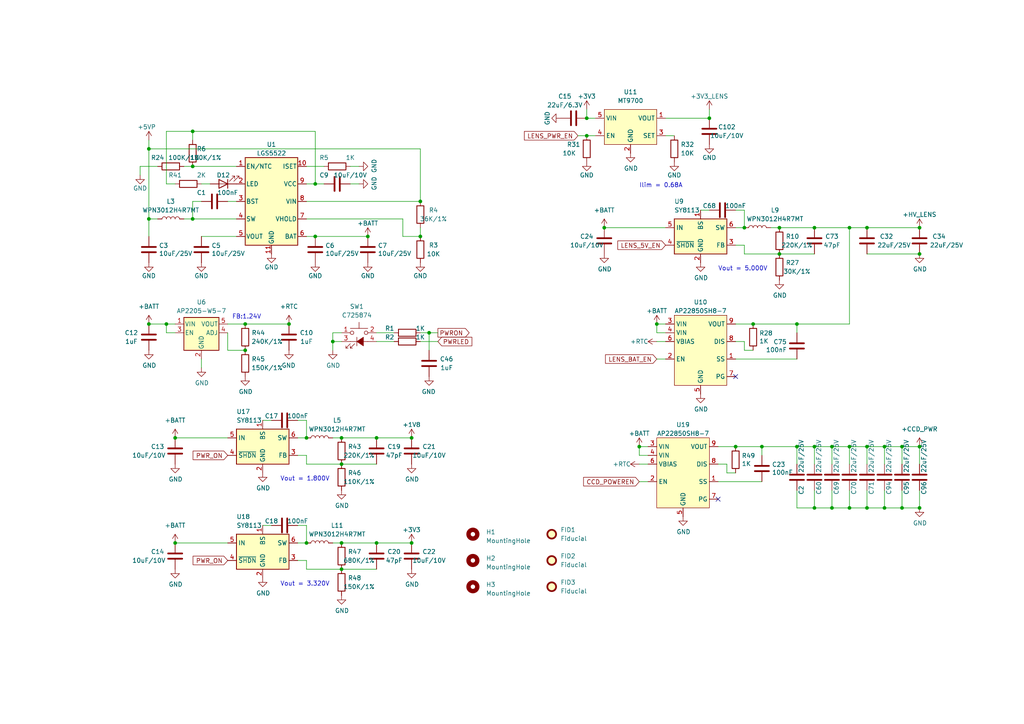
<source format=kicad_sch>
(kicad_sch (version 20231120) (generator "eeschema") (generator_version "8.0")
  (paper "A4")
  (title_block (title "System Power Supply") (date "2024-10-05") (rev "R0.12") (company "Copyright 2024 Anhang Li, Wenting Zhang") (comment 2 "MERCHANTABILITY, SATISFACTORY QUALITY AND FITNESS FOR A PARTICULAR PURPOSE.") (comment 3 "This source is distributed WITHOUT ANY EXPRESS OR IMPLIED WARRANTY, INCLUDING OF") (comment 4 "This source describes Open Hardware and is licensed under the CERN-OHL-P v2."))
  (lib_symbols
    (symbol "Device:C" (pin_numbers hide) (pin_names (offset 0.254))
      (property "Reference" "C" (at 0.635 2.54 0))
      (property "Value" "C" (at 0.635 -2.54 0))
      (symbol "C_0_1"
        (polyline (pts (xy -2.032 -0.762) (xy 2.032 -0.762)) (stroke (width 0.508)))
        (polyline (pts (xy -2.032 0.762) (xy 2.032 0.762)) (stroke (width 0.508)))
      )
      (symbol "C_1_1"
        (pin passive line (at 0 3.81 270) (length 2.794) (name "~") (number "1"))
        (pin passive line (at 0 -3.81 90) (length 2.794) (name "~") (number "2"))
      )
    )
    (symbol "Device:L" (pin_numbers hide) (pin_names (offset 1.016) hide)
      (property "Reference" "L" (at -1.27 0 90))
      (property "Value" "L" (at 1.905 0 90))
      (symbol "L_0_1"
        (arc (start 0 -2.54) (mid 0.6323 -1.905) (end 0 -1.27))
        (arc (start 0 -1.27) (mid 0.6323 -0.635) (end 0 0))
        (arc (start 0 0) (mid 0.6323 0.635) (end 0 1.27))
        (arc (start 0 1.27) (mid 0.6323 1.905) (end 0 2.54))
      )
      (symbol "L_1_1"
        (pin passive line (at 0 3.81 270) (length 1.27) (name "1") (number "1"))
        (pin passive line (at 0 -3.81 90) (length 1.27) (name "2") (number "2"))
      )
    )
    (symbol "Device:LED" (pin_numbers hide) (pin_names (offset 1.016) hide)
      (property "Reference" "D" (at 0 2.54 0))
      (property "Value" "LED" (at 0 -2.54 0))
      (symbol "LED_0_1"
        (polyline (pts (xy -1.27 -1.27) (xy -1.27 1.27)) (stroke (width 0.254)))
        (polyline (pts (xy -1.27 0) (xy 1.27 0)))
        (polyline (pts (xy 1.27 -1.27) (xy 1.27 1.27) (xy -1.27 0) (xy 1.27 -1.27)) (stroke (width 0.254)))
        (polyline (pts (xy -3.048 -0.762) (xy -4.572 -2.286) (xy -3.81 -2.286) (xy -4.572 -2.286) (xy -4.572 -1.524)))
        (polyline (pts (xy -1.778 -0.762) (xy -3.302 -2.286) (xy -2.54 -2.286) (xy -3.302 -2.286) (xy -3.302 -1.524)))
      )
      (symbol "LED_1_1"
        (pin passive line (at -3.81 0 0) (length 2.54) (name "K") (number "1"))
        (pin passive line (at 3.81 0 180) (length 2.54) (name "A") (number "2"))
      )
    )
    (symbol "Device:R" (pin_numbers hide) (pin_names (offset 0))
      (property "Reference" "R" (at 2.032 0 90))
      (property "Value" "R" (at 0 0 90))
      (symbol "R_0_1"
        (rectangle (start -1.016 -2.54) (end 1.016 2.54) (stroke (width 0.254)))
      )
      (symbol "R_1_1"
        (pin passive line (at 0 3.81 270) (length 1.27) (name "~") (number "1"))
        (pin passive line (at 0 -3.81 90) (length 1.27) (name "~") (number "2"))
      )
    )
    (symbol "Mechanical:Fiducial"
      (property "Reference" "FID" (at 0 5.08 0))
      (property "Value" "Fiducial" (at 0 3.175 0))
      (symbol "Fiducial_0_1"
        (circle (center 0 0) (radius 1.27) (stroke (width 0.508)) (fill (type background)))
      )
    )
    (symbol "Mechanical:MountingHole" (pin_names (offset 1.016))
      (property "Reference" "H" (at 0 5.08 0))
      (property "Value" "MountingHole" (at 0 3.175 0))
      (symbol "MountingHole_0_1"
        (circle (center 0 0) (radius 1.27) (stroke (width 1.27)))
      )
    )
    (symbol "Regulator_Linear:AP2204K-ADJ" (pin_names (offset 0.254))
      (property "Reference" "U" (at -5.08 5.715 0))
      (property "Value" "AP2204K-ADJ" (at 0 5.715 0))
      (symbol "AP2204K-ADJ_0_1"
        (rectangle (start -5.08 4.445) (end 5.08 -5.08) (stroke (width 0.254)) (fill (type background)))
      )
      (symbol "AP2204K-ADJ_1_1"
        (pin power_in line (at -7.62 2.54 0) (length 2.54) (name "VIN") (number "1"))
        (pin power_in line (at 0 -7.62 90) (length 2.54) (name "GND") (number "2"))
        (pin input line (at -7.62 0 0) (length 2.54) (name "EN") (number "3"))
        (pin input line (at 7.62 0 180) (length 2.54) (name "ADJ") (number "4"))
        (pin power_out line (at 7.62 2.54 180) (length 2.54) (name "VOUT") (number "5"))
      )
    )
    (symbol "Switch:SW_Push_LED" (pin_names (offset 1.016) hide)
      (property "Reference" "SW" (at 0.635 5.715 0))
      (property "Value" "SW_Push_LED" (at 0 -3.175 0))
      (symbol "SW_Push_LED_0_0"
        (polyline (pts (xy -3.81 -1.905) (xy -2.54 -0.635)))
        (polyline (pts (xy -2.54 -1.905) (xy -1.27 -0.635)))
        (polyline (pts (xy -2.54 0) (xy 2.54 0)))
        (polyline (pts (xy -0.635 1.27) (xy -0.635 -1.27)))
        (polyline (pts (xy -3.81 -1.27) (xy -3.81 -1.905) (xy -3.175 -1.905)))
        (polyline (pts (xy -2.54 -1.27) (xy -2.54 -1.905) (xy -1.905 -1.905)))
        (polyline (pts (xy -0.635 0) (xy 1.27 1.27) (xy 1.27 -1.27) (xy -0.635 0)) (fill (type outline)))
      )
      (symbol "SW_Push_LED_0_1"
        (circle (center -2.032 2.54) (radius 0.508))
        (polyline (pts (xy 0 3.81) (xy 0 5.588)))
        (polyline (pts (xy 2.54 3.81) (xy -2.54 3.81)))
        (circle (center 2.032 2.54) (radius 0.508))
        (pin passive line (at -5.08 2.54 0) (length 2.54) (name "1") (number "1"))
        (pin passive line (at 5.08 2.54 180) (length 2.54) (name "2") (number "2"))
        (pin passive line (at -5.08 0 0) (length 2.54) (name "K") (number "3"))
        (pin passive line (at 5.08 0 180) (length 2.54) (name "A") (number "4"))
      )
    )
    (symbol "power:+1V8" (power) (pin_names (offset 0))
      (property "Value" "+1V8" (at 0 3.556 0))
      (symbol "+1V8_0_1"
        (polyline (pts (xy -0.762 1.27) (xy 0 2.54)))
        (polyline (pts (xy 0 0) (xy 0 2.54)))
        (polyline (pts (xy 0 2.54) (xy 0.762 1.27)))
      )
      (symbol "+1V8_1_1"
        (pin power_in line (at 0 0 90) (length 0) hide (name "+1V8") (number "1"))
      )
    )
    (symbol "power:+3V3" (power) (pin_names (offset 0))
      (property "Value" "+3V3" (at 0 3.556 0))
      (symbol "+3V3_0_1"
        (polyline (pts (xy -0.762 1.27) (xy 0 2.54)))
        (polyline (pts (xy 0 0) (xy 0 2.54)))
        (polyline (pts (xy 0 2.54) (xy 0.762 1.27)))
      )
      (symbol "+3V3_1_1"
        (pin power_in line (at 0 0 90) (length 0) hide (name "+3V3") (number "1"))
      )
    )
    (symbol "power:+5V" (power) (pin_names (offset 0))
      (property "Value" "+5V" (at 0 3.556 0))
      (symbol "+5V_0_1"
        (polyline (pts (xy -0.762 1.27) (xy 0 2.54)))
        (polyline (pts (xy 0 0) (xy 0 2.54)))
        (polyline (pts (xy 0 2.54) (xy 0.762 1.27)))
      )
      (symbol "+5V_1_1"
        (pin power_in line (at 0 0 90) (length 0) hide (name "+5V") (number "1"))
      )
    )
    (symbol "power:+5VP" (power) (pin_names (offset 0))
      (property "Value" "+5VP" (at 0 3.556 0))
      (symbol "+5VP_0_1"
        (polyline (pts (xy -0.762 1.27) (xy 0 2.54)))
        (polyline (pts (xy 0 0) (xy 0 2.54)))
        (polyline (pts (xy 0 2.54) (xy 0.762 1.27)))
      )
      (symbol "+5VP_1_1"
        (pin power_in line (at 0 0 90) (length 0) hide (name "+5VP") (number "1"))
      )
    )
    (symbol "power:+BATT" (power) (pin_names (offset 0))
      (property "Value" "+BATT" (at 0 3.556 0))
      (symbol "+BATT_0_1"
        (polyline (pts (xy -0.762 1.27) (xy 0 2.54)))
        (polyline (pts (xy 0 0) (xy 0 2.54)))
        (polyline (pts (xy 0 2.54) (xy 0.762 1.27)))
      )
      (symbol "+BATT_1_1"
        (pin power_in line (at 0 0 90) (length 0) hide (name "+BATT") (number "1"))
      )
    )
    (symbol "power:GND" (power) (pin_names (offset 0))
      (property "Value" "GND" (at 0 -3.81 0))
      (symbol "GND_0_1"
        (polyline (pts (xy 0 0) (xy 0 -1.27) (xy 1.27 -1.27) (xy 0 -2.54) (xy -1.27 -1.27) (xy 0 -1.27)))
      )
      (symbol "GND_1_1"
        (pin power_in line (at 0 0 270) (length 0) hide (name "GND") (number "1"))
      )
    )
    (symbol "symbols:+RTC" (power) (pin_names (offset 0))
      (property "Value" "+RTC" (at 0 3.556 0))
      (symbol "+RTC_0_1"
        (polyline (pts (xy -0.762 1.27) (xy 0 2.54)))
        (polyline (pts (xy 0 0) (xy 0 2.54)))
        (polyline (pts (xy 0 2.54) (xy 0.762 1.27)))
      )
      (symbol "+RTC_1_1"
        (pin power_in line (at 0 0 90) (length 0) hide (name "+RTC") (number "1"))
      )
    )
    (symbol "symbols:AP22850"
      (property "Reference" "U" (at 0 7.62 0))
      (property "Value" "AP22850SH8-7" (at 0 5.08 0))
      (symbol "AP22850_1_1"
        (rectangle (start -7.62 2.54) (end 7.62 -17.78) (fill (type background)))
        (pin input line (at 10.16 -10.16 180) (length 2.54) (name "SS") (number "1"))
        (pin input line (at -10.16 -10.16 0) (length 2.54) (name "EN") (number "2"))
        (pin power_in line (at -10.16 0 0) (length 2.54) (name "VIN") (number "3"))
        (pin power_in line (at -10.16 -2.54 0) (length 2.54) (name "VIN") (number "4"))
        (pin power_in line (at 0 -20.32 90) (length 2.54) (name "GND") (number "5"))
        (pin input line (at -10.16 -5.08 0) (length 2.54) (name "VBIAS") (number "6"))
        (pin output line (at 10.16 -15.24 180) (length 2.54) (name "PG") (number "7"))
        (pin power_in line (at 10.16 -5.08 180) (length 2.54) (name "DIS") (number "8"))
        (pin power_out line (at 10.16 0 180) (length 2.54) (name "VOUT") (number "9"))
      )
    )
    (symbol "symbols:LGS5522" (pin_names (offset 0.254))
      (property "Reference" "U" (at -6.35 6.35 0))
      (property "Value" "LGS5522" (at -1.27 6.35 0))
      (symbol "LGS5522_0_1"
        (rectangle (start -7.62 5.08) (end 7.62 -20.32) (stroke (width 0.254)) (fill (type background)))
      )
      (symbol "LGS5522_1_1"
        (pin input line (at -10.16 2.54 0) (length 2.54) (name "EN/NTC") (number "1"))
        (pin output line (at 10.16 2.54 180) (length 2.54) (name "ISET") (number "10"))
        (pin power_out line (at 0 -22.86 90) (length 2.54) (name "GND") (number "11"))
        (pin output line (at -10.16 -2.54 0) (length 2.54) (name "LED") (number "2"))
        (pin output line (at -10.16 -7.62 0) (length 2.54) (name "BST") (number "3"))
        (pin output line (at -10.16 -12.7 0) (length 2.54) (name "SW") (number "4"))
        (pin output line (at -10.16 -17.78 0) (length 2.54) (name "VOUT") (number "5"))
        (pin power_out line (at 10.16 -17.78 180) (length 2.54) (name "BAT") (number "6"))
        (pin input line (at 10.16 -12.7 180) (length 2.54) (name "VHOLD") (number "7"))
        (pin input line (at 10.16 -7.62 180) (length 2.54) (name "VIN") (number "8"))
        (pin input line (at 10.16 -2.54 180) (length 2.54) (name "VCC") (number "9"))
      )
    )
    (symbol "symbols:MT9700"
      (property "Reference" "U" (at -5.08 7.62 0))
      (property "Value" "MT9700" (at 2.54 7.62 0))
      (symbol "MT9700_1_1"
        (rectangle (start -7.62 5.08) (end 7.62 -5.08) (fill (type background)))
        (pin passive line (at 10.16 2.54 180) (length 2.54) (name "VOUT") (number "1"))
        (pin passive line (at 0 -7.62 90) (length 2.54) (name "GND") (number "2"))
        (pin passive line (at 10.16 -2.54 180) (length 2.54) (name "SET") (number "3"))
        (pin passive line (at -10.16 -2.54 0) (length 2.54) (name "EN") (number "4"))
        (pin passive line (at -10.16 2.54 0) (length 2.54) (name "VIN") (number "5"))
      )
    )
    (symbol "symbols:SY8120"
      (property "Reference" "U" (at -7.62 10.16 0))
      (property "Value" "SY8120" (at -10.16 7.62 0))
      (symbol "SY8120_0_1"
        (rectangle (start -7.62 5.08) (end 7.62 -5.08) (stroke (width 0.254)) (fill (type background)))
      )
      (symbol "SY8120_1_1"
        (pin passive line (at 0 7.62 270) (length 2.54) (name "BS") (number "1"))
        (pin power_in line (at 0 -7.62 90) (length 2.54) (name "GND") (number "2"))
        (pin input line (at 10.16 -2.54 180) (length 2.54) (name "FB") (number "3"))
        (pin input line (at -10.16 -2.54 0) (length 2.54) (name "~{SHDN}") (number "4"))
        (pin power_in line (at -10.16 2.54 0) (length 2.54) (name "IN") (number "5"))
        (pin passive line (at 10.16 2.54 180) (length 2.54) (name "SW") (number "6"))
      )
    )
  )
  (junction (at 266.7 129.54))
  (junction (at 251.46 147.32))
  (junction (at 213.36 129.54))
  (junction (at 226.06 66.04) (diameter 0.9144))
  (junction (at 55.88 48.26))
  (junction (at 226.06 73.66) (diameter 0.9144))
  (junction (at 43.18 93.98))
  (junction (at 43.18 43.18))
  (junction (at 91.44 53.34))
  (junction (at 119.38 157.48))
  (junction (at 88.9 127))
  (junction (at 106.68 68.58))
  (junction (at 71.12 101.6))
  (junction (at 91.44 68.58))
  (junction (at 99.06 127) (diameter 0.9144))
  (junction (at 246.38 147.32))
  (junction (at 261.62 147.32))
  (junction (at 190.5 93.98))
  (junction (at 99.06 165.1) (diameter 0.9144))
  (junction (at 266.7 147.32))
  (junction (at 88.9 157.48))
  (junction (at 55.88 38.1))
  (junction (at 170.18 39.37))
  (junction (at 48.26 93.98))
  (junction (at 251.46 66.04))
  (junction (at 55.88 63.5))
  (junction (at 109.22 157.48))
  (junction (at 231.14 93.98))
  (junction (at 251.46 129.54))
  (junction (at 170.18 34.29))
  (junction (at 261.62 129.54))
  (junction (at 71.12 93.98))
  (junction (at 236.22 66.04))
  (junction (at 236.22 147.32))
  (junction (at 121.92 58.42))
  (junction (at 119.38 127))
  (junction (at 256.54 129.54))
  (junction (at 50.8 127))
  (junction (at 96.52 99.06))
  (junction (at 231.14 129.54))
  (junction (at 121.92 68.58))
  (junction (at 236.22 129.54))
  (junction (at 83.82 93.98))
  (junction (at 266.7 66.04))
  (junction (at 218.44 93.98))
  (junction (at 256.54 147.32))
  (junction (at 266.7 73.66))
  (junction (at 124.46 96.52))
  (junction (at 175.26 66.04))
  (junction (at 99.06 157.48) (diameter 0.9144))
  (junction (at 215.9 66.04))
  (junction (at 220.98 129.54))
  (junction (at 241.3 129.54))
  (junction (at 50.8 157.48))
  (junction (at 185.42 129.54))
  (junction (at 43.18 63.5))
  (junction (at 99.06 134.62) (diameter 0.9144))
  (junction (at 246.38 66.04))
  (junction (at 109.22 127))
  (junction (at 246.38 129.54))
  (junction (at 205.74 34.29))
  (junction (at 241.3 147.32))
  (no_connect (at 213.36 109.22))
  (no_connect (at 208.28 144.78))
  (wire (pts (xy 88.9 157.48) (xy 86.36 157.48)))
  (wire (pts (xy 246.38 93.98) (xy 246.38 66.04)))
  (wire (pts (xy 236.22 134.62) (xy 236.22 129.54)))
  (wire (pts (xy 215.9 101.6) (xy 215.9 99.06)))
  (wire (pts (xy 218.44 101.6) (xy 215.9 101.6)))
  (wire (pts (xy 58.42 104.14) (xy 58.42 106.68)))
  (wire (pts (xy 48.26 38.1) (xy 55.88 38.1)))
  (wire (pts (xy 231.14 142.24) (xy 231.14 147.32)))
  (wire (pts (xy 66.04 93.98) (xy 71.12 93.98)))
  (wire (pts (xy 251.46 142.24) (xy 251.46 147.32)))
  (wire (pts (xy 226.06 66.04) (xy 236.22 66.04)))
  (wire (pts (xy 170.18 31.75) (xy 170.18 34.29)))
  (wire (pts (xy 121.92 58.42) (xy 121.92 43.18)))
  (wire (pts (xy 86.36 152.4) (xy 88.9 152.4)))
  (wire (pts (xy 226.06 73.66) (xy 215.9 73.66)))
  (wire (pts (xy 86.36 121.92) (xy 88.9 121.92)))
  (wire (pts (xy 231.14 129.54) (xy 231.14 134.62)))
  (wire (pts (xy 236.22 142.24) (xy 236.22 147.32)))
  (wire (pts (xy 193.04 96.52) (xy 190.5 96.52)))
  (wire (pts (xy 236.22 66.04) (xy 246.38 66.04)))
  (wire (pts (xy 261.62 142.24) (xy 261.62 147.32)))
  (wire (pts (xy 99.06 134.62) (xy 88.9 134.62)))
  (wire (pts (xy 231.14 129.54) (xy 236.22 129.54)))
  (wire (pts (xy 76.2 152.4) (xy 78.74 152.4)))
  (wire (pts (xy 109.22 99.06) (xy 114.3 99.06)))
  (wire (pts (xy 86.36 162.56) (xy 88.9 162.56)))
  (wire (pts (xy 43.18 43.18) (xy 43.18 63.5)))
  (wire (pts (xy 109.22 157.48) (xy 119.38 157.48)))
  (wire (pts (xy 251.46 129.54) (xy 256.54 129.54)))
  (wire (pts (xy 241.3 129.54) (xy 246.38 129.54)))
  (wire (pts (xy 241.3 142.24) (xy 241.3 147.32)))
  (wire (pts (xy 215.9 60.96) (xy 215.9 66.04)))
  (wire (pts (xy 91.44 68.58) (xy 106.68 68.58)))
  (wire (pts (xy 66.04 96.52) (xy 66.04 101.6)))
  (wire (pts (xy 109.22 127) (xy 119.38 127)))
  (wire (pts (xy 190.5 99.06) (xy 193.04 99.06)))
  (wire (pts (xy 215.9 66.04) (xy 213.36 66.04)))
  (wire (pts (xy 261.62 134.62) (xy 261.62 129.54)))
  (wire (pts (xy 256.54 129.54) (xy 261.62 129.54)))
  (wire (pts (xy 246.38 129.54) (xy 251.46 129.54)))
  (wire (pts (xy 43.18 63.5) (xy 43.18 68.58)))
  (wire (pts (xy 266.7 142.24) (xy 266.7 147.32)))
  (wire (pts (xy 66.04 58.42) (xy 68.58 58.42)))
  (wire (pts (xy 256.54 134.62) (xy 256.54 129.54)))
  (wire (pts (xy 121.92 66.04) (xy 121.92 68.58)))
  (wire (pts (xy 241.3 147.32) (xy 246.38 147.32)))
  (wire (pts (xy 208.28 129.54) (xy 213.36 129.54)))
  (wire (pts (xy 121.92 96.52) (xy 124.46 96.52)))
  (wire (pts (xy 96.52 99.06) (xy 99.06 99.06)))
  (wire (pts (xy 231.14 93.98) (xy 231.14 96.52)))
  (wire (pts (xy 43.18 40.64) (xy 43.18 43.18)))
  (wire (pts (xy 213.36 71.12) (xy 215.9 71.12)))
  (wire (pts (xy 58.42 58.42) (xy 55.88 58.42)))
  (wire (pts (xy 121.92 43.18) (xy 43.18 43.18)))
  (wire (pts (xy 88.9 48.26) (xy 93.98 48.26)))
  (wire (pts (xy 124.46 96.52) (xy 127 96.52)))
  (wire (pts (xy 48.26 96.52) (xy 48.26 93.98)))
  (wire (pts (xy 220.98 129.54) (xy 220.98 132.08)))
  (wire (pts (xy 99.06 157.48) (xy 109.22 157.48)))
  (wire (pts (xy 231.14 147.32) (xy 236.22 147.32)))
  (wire (pts (xy 246.38 147.32) (xy 251.46 147.32)))
  (wire (pts (xy 203.2 60.96) (xy 205.74 60.96)))
  (wire (pts (xy 236.22 147.32) (xy 241.3 147.32)))
  (wire (pts (xy 220.98 129.54) (xy 231.14 129.54)))
  (wire (pts (xy 55.88 48.26) (xy 68.58 48.26)))
  (wire (pts (xy 231.14 93.98) (xy 246.38 93.98)))
  (wire (pts (xy 43.18 63.5) (xy 45.72 63.5)))
  (wire (pts (xy 55.88 40.64) (xy 55.88 38.1)))
  (wire (pts (xy 190.5 96.52) (xy 190.5 93.98)))
  (wire (pts (xy 99.06 127) (xy 96.52 127)))
  (wire (pts (xy 190.5 104.14) (xy 193.04 104.14)))
  (wire (pts (xy 187.96 132.08) (xy 185.42 132.08)))
  (wire (pts (xy 48.26 93.98) (xy 50.8 93.98)))
  (wire (pts (xy 261.62 147.32) (xy 266.7 147.32)))
  (wire (pts (xy 86.36 132.08) (xy 88.9 132.08)))
  (wire (pts (xy 185.42 134.62) (xy 187.96 134.62)))
  (wire (pts (xy 88.9 132.08) (xy 88.9 134.62)))
  (wire (pts (xy 251.46 147.32) (xy 256.54 147.32)))
  (wire (pts (xy 175.26 66.04) (xy 193.04 66.04)))
  (wire (pts (xy 40.64 48.26) (xy 40.64 50.8)))
  (wire (pts (xy 170.18 34.29) (xy 172.72 34.29)))
  (wire (pts (xy 99.06 96.52) (xy 96.52 96.52)))
  (wire (pts (xy 246.38 142.24) (xy 246.38 147.32)))
  (wire (pts (xy 124.46 96.52) (xy 124.46 101.6)))
  (wire (pts (xy 88.9 68.58) (xy 91.44 68.58)))
  (wire (pts (xy 251.46 66.04) (xy 266.7 66.04)))
  (wire (pts (xy 116.84 63.5) (xy 116.84 68.58)))
  (wire (pts (xy 215.9 71.12) (xy 215.9 73.66)))
  (wire (pts (xy 236.22 129.54) (xy 241.3 129.54)))
  (wire (pts (xy 185.42 129.54) (xy 187.96 129.54)))
  (wire (pts (xy 213.36 60.96) (xy 215.9 60.96)))
  (wire (pts (xy 109.22 96.52) (xy 114.3 96.52)))
  (wire (pts (xy 53.34 48.26) (xy 55.88 48.26)))
  (wire (pts (xy 91.44 53.34) (xy 93.98 53.34)))
  (wire (pts (xy 99.06 165.1) (xy 88.9 165.1)))
  (wire (pts (xy 208.28 139.7) (xy 220.98 139.7)))
  (wire (pts (xy 96.52 99.06) (xy 96.52 101.6)))
  (wire (pts (xy 266.7 134.62) (xy 266.7 129.54)))
  (wire (pts (xy 50.8 127) (xy 66.04 127)))
  (wire (pts (xy 99.06 165.1) (xy 109.22 165.1)))
  (wire (pts (xy 213.36 137.16) (xy 210.82 137.16)))
  (wire (pts (xy 205.74 34.29) (xy 205.74 31.75)))
  (wire (pts (xy 246.38 66.04) (xy 251.46 66.04)))
  (wire (pts (xy 99.06 157.48) (xy 96.52 157.48)))
  (wire (pts (xy 55.88 38.1) (xy 91.44 38.1)))
  (wire (pts (xy 210.82 134.62) (xy 208.28 134.62)))
  (wire (pts (xy 99.06 127) (xy 109.22 127)))
  (wire (pts (xy 193.04 34.29) (xy 205.74 34.29)))
  (wire (pts (xy 261.62 129.54) (xy 266.7 129.54)))
  (wire (pts (xy 43.18 93.98) (xy 48.26 93.98)))
  (wire (pts (xy 53.34 63.5) (xy 55.88 63.5)))
  (wire (pts (xy 218.44 93.98) (xy 231.14 93.98)))
  (wire (pts (xy 213.36 129.54) (xy 220.98 129.54)))
  (wire (pts (xy 50.8 96.52) (xy 48.26 96.52)))
  (wire (pts (xy 48.26 53.34) (xy 48.26 38.1)))
  (wire (pts (xy 101.6 53.34) (xy 104.14 53.34)))
  (wire (pts (xy 256.54 142.24) (xy 256.54 147.32)))
  (wire (pts (xy 213.36 93.98) (xy 218.44 93.98)))
  (wire (pts (xy 215.9 99.06) (xy 213.36 99.06)))
  (wire (pts (xy 226.06 73.66) (xy 236.22 73.66)))
  (wire (pts (xy 66.04 101.6) (xy 71.12 101.6)))
  (wire (pts (xy 91.44 38.1) (xy 91.44 53.34)))
  (wire (pts (xy 58.42 68.58) (xy 68.58 68.58)))
  (wire (pts (xy 101.6 48.26) (xy 104.14 48.26)))
  (wire (pts (xy 190.5 93.98) (xy 193.04 93.98)))
  (wire (pts (xy 96.52 96.52) (xy 96.52 99.06)))
  (wire (pts (xy 167.64 39.37) (xy 170.18 39.37)))
  (wire (pts (xy 256.54 147.32) (xy 261.62 147.32)))
  (wire (pts (xy 88.9 58.42) (xy 121.92 58.42)))
  (wire (pts (xy 246.38 134.62) (xy 246.38 129.54)))
  (wire (pts (xy 88.9 162.56) (xy 88.9 165.1)))
  (wire (pts (xy 88.9 53.34) (xy 91.44 53.34)))
  (wire (pts (xy 50.8 53.34) (xy 48.26 53.34)))
  (wire (pts (xy 50.8 157.48) (xy 66.04 157.48)))
  (wire (pts (xy 88.9 152.4) (xy 88.9 157.48)))
  (wire (pts (xy 251.46 129.54) (xy 251.46 134.62)))
  (wire (pts (xy 71.12 93.98) (xy 83.82 93.98)))
  (wire (pts (xy 251.46 73.66) (xy 266.7 73.66)))
  (wire (pts (xy 226.06 66.04) (xy 223.52 66.04)))
  (wire (pts (xy 88.9 127) (xy 86.36 127)))
  (wire (pts (xy 40.64 48.26) (xy 45.72 48.26)))
  (wire (pts (xy 213.36 104.14) (xy 231.14 104.14)))
  (wire (pts (xy 185.42 139.7) (xy 187.96 139.7)))
  (wire (pts (xy 55.88 63.5) (xy 68.58 63.5)))
  (wire (pts (xy 121.92 99.06) (xy 127 99.06)))
  (wire (pts (xy 99.06 134.62) (xy 109.22 134.62)))
  (wire (pts (xy 210.82 137.16) (xy 210.82 134.62)))
  (wire (pts (xy 88.9 63.5) (xy 116.84 63.5)))
  (wire (pts (xy 116.84 68.58) (xy 121.92 68.58)))
  (wire (pts (xy 185.42 132.08) (xy 185.42 129.54)))
  (wire (pts (xy 76.2 121.92) (xy 78.74 121.92)))
  (wire (pts (xy 55.88 58.42) (xy 55.88 63.5)))
  (wire (pts (xy 58.42 53.34) (xy 60.96 53.34)))
  (wire (pts (xy 193.04 39.37) (xy 195.58 39.37)))
  (wire (pts (xy 88.9 121.92) (xy 88.9 127)))
  (wire (pts (xy 170.18 39.37) (xy 172.72 39.37)))
  (wire (pts (xy 241.3 134.62) (xy 241.3 129.54)))
  (text "Ilim = 0.68A" (at 185.42 54.61 0) (effects (font (size 1.27 1.27)) (justify left bottom)))
  (text "Vout = 1.800V" (at 81.28 139.7 0) (effects (font (size 1.27 1.27)) (justify left bottom)))
  (text "Vout = 3.320V" (at 81.28 170.18 0) (effects (font (size 1.27 1.27)) (justify left bottom)))
  (text "FB:1.24V" (at 67.31 92.71 0) (effects (font (size 1.27 1.27)) (justify left bottom)))
  (text "Vout = 5.000V" (at 208.28 78.74 0) (effects (font (size 1.27 1.27)) (justify left bottom)))
  (global_label "PWR_ON" (shape input) (at 66.04 162.56 180) (property "Intersheetrefs" "${INTERSHEET_REFS}" (effects (hide yes))))
  (global_label "LENS_BAT_EN" (shape input) (at 190.5 104.14 180) (property "Intersheetrefs" "${INTERSHEET_REFS}" (effects (hide yes))))
  (global_label "LENS_5V_EN" (shape input) (at 193.04 71.12 180) (property "Intersheetrefs" "${INTERSHEET_REFS}" (effects (hide yes))))
  (global_label "CCD_POWEREN" (shape input) (at 185.42 139.7 180) (property "Intersheetrefs" "${INTERSHEET_REFS}" (effects (hide yes))))
  (global_label "PWRLED" (shape input) (at 127 99.06 0) (property "Intersheetrefs" "${INTERSHEET_REFS}" (effects (hide yes))))
  (global_label "PWRON" (shape output) (at 127 96.52 0) (property "Intersheetrefs" "${INTERSHEET_REFS}" (effects (hide yes))))
  (global_label "LENS_PWR_EN" (shape input) (at 167.64 39.37 180) (property "Intersheetrefs" "${INTERSHEET_REFS}" (effects (hide yes))))
  (global_label "PWR_ON" (shape input) (at 66.04 132.08 180) (property "Intersheetrefs" "${INTERSHEET_REFS}" (effects (hide yes))))
  (symbol (lib_id "power:GND") (at 266.7 147.32 0) (unit 1)
    (property "Reference" "#PWR035" (effects (hide yes)))
    (property "Value" "GND" (at 266.827 151.7142 0))
  )
  (symbol (lib_id "Device:R") (at 71.12 97.79 180) (unit 1)
    (property "Reference" "R44" (at 74.93 96.52 0))
    (property "Value" "240K/1%" (at 77.47 99.06 0))
    (property "Footprint" "Resistor_SMD:R_0402_1005Metric" (effects (hide yes)))
  )
  (symbol (lib_id "power:+BATT") (at 50.8 127 0) (unit 1)
    (property "Reference" "#PWR081" (effects (hide yes)))
    (property "Value" "+BATT" (at 50.8 121.92 0))
  )
  (symbol (lib_id "power:+BATT") (at 175.26 66.04 0) (unit 1)
    (property "Reference" "#PWR039" (effects (hide yes)))
    (property "Value" "+BATT" (at 175.26 60.96 0))
  )
  (symbol (lib_id "Device:C") (at 175.26 69.85 180) (unit 1)
    (property "Reference" "C24" (at 170.18 68.58 0))
    (property "Value" "10uF/10V" (at 170.18 71.12 0))
    (property "Footprint" "Capacitor_SMD:C_0603_1608Metric" (effects (hide yes)))
  )
  (symbol (lib_id "Device:C") (at 50.8 161.29 180) (unit 1)
    (property "Reference" "C14" (at 45.72 160.02 0))
    (property "Value" "10uF/10V" (at 43.18 162.56 0))
    (property "Footprint" "Capacitor_SMD:C_0603_1608Metric" (effects (hide yes)))
  )
  (symbol (lib_id "Device:L") (at 219.71 66.04 90) (unit 1)
    (property "Reference" "L9" (at 224.79 60.96 90))
    (property "Value" "WPN3012H4R7MT" (at 224.79 63.5 90))
    (property "Footprint" "Inductor_SMD:L_Changjiang_FNR3012S" (effects (hide yes)))
  )
  (symbol (lib_id "power:GND") (at 162.56 34.29 270) (mirror x) (unit 1)
    (property "Reference" "#PWR062" (effects (hide yes)))
    (property "Value" "GND" (at 158.75 34.29 0))
  )
  (symbol (lib_id "Device:C") (at 119.38 161.29 180) (unit 1)
    (property "Reference" "C22" (at 124.46 160.02 0))
    (property "Value" "10uF/10V" (at 124.46 162.56 0))
    (property "Footprint" "Capacitor_SMD:C_0603_1608Metric" (effects (hide yes)))
  )
  (symbol (lib_id "power:GND") (at 205.74 41.91 0) (mirror y) (unit 1)
    (property "Reference" "#PWR0131" (effects (hide yes)))
    (property "Value" "GND" (at 205.74 45.72 0))
  )
  (symbol (lib_id "Device:R") (at 226.06 69.85 180) (unit 1)
    (property "Reference" "R10" (at 229.87 68.58 0))
    (property "Value" "220K/1%" (at 231.14 71.12 0))
    (property "Footprint" "Resistor_SMD:R_0402_1005Metric" (effects (hide yes)))
  )
  (symbol (lib_id "power:GND") (at 58.42 76.2 0) (mirror y) (unit 1)
    (property "Reference" "#PWR05" (effects (hide yes)))
    (property "Value" "GND" (at 58.42 80.01 0))
  )
  (symbol (lib_id "power:GND") (at 119.38 165.1 0) (unit 1)
    (property "Reference" "#PWR0122" (effects (hide yes)))
    (property "Value" "GND" (at 119.507 169.4942 0))
  )
  (symbol (lib_id "Device:C") (at 166.37 34.29 270) (unit 1)
    (property "Reference" "C15" (at 163.83 27.94 90))
    (property "Value" "22uF/6.3V" (at 163.83 30.48 90))
    (property "Footprint" "Capacitor_SMD:C_0603_1608Metric" (effects (hide yes)))
  )
  (symbol (lib_id "symbols:SY8120") (at 76.2 129.54 0) (unit 1)
    (property "Reference" "U17" (at 68.58 119.38 0) (effects (justify left)))
    (property "Value" "SY8113" (at 68.58 121.92 0) (effects (justify left)))
    (property "Footprint" "Package_TO_SOT_SMD:TSOT-23-6" (effects (hide yes)))
  )
  (symbol (lib_id "Regulator_Linear:AP2204K-ADJ") (at 58.42 96.52 0) (unit 1)
    (property "Reference" "U6" (at 58.42 87.63 0))
    (property "Value" "AP2205-W5-7" (at 58.42 90.17 0))
    (property "Footprint" "Package_TO_SOT_SMD:SOT-23-5" (effects (hide yes)))
    (property "Datasheet" "https://www.diodes.com/assets/Datasheets/products_inactive_data/AP2204.pdf" (effects (hide yes)))
    (property "Description" "150mA low dropout adjustable linear regulator, wide input voltage range, SOT-23-5 package" (effects (hide yes)))
  )
  (symbol (lib_id "power:GND") (at 76.2 137.16 0) (unit 1)
    (property "Reference" "#PWR098" (effects (hide yes)))
    (property "Value" "GND" (at 76.327 141.5542 0))
  )
  (symbol (lib_id "Device:C") (at 236.22 138.43 0) (mirror y) (unit 1)
    (property "Reference" "C60" (at 237.49 143.51 90) (effects (justify left)))
    (property "Value" "22uF/25V" (at 237.49 137.16 90) (effects (justify left)))
    (property "Footprint" "Capacitor_SMD:C_1206_3216Metric" (effects (hide yes)))
  )
  (symbol (lib_id "Device:C") (at 82.55 121.92 270) (unit 1)
    (property "Reference" "C17" (at 78.74 120.65 90))
    (property "Value" "100nF" (at 86.36 120.65 90))
    (property "Footprint" "Capacitor_SMD:C_0402_1005Metric" (effects (hide yes)))
  )
  (symbol (lib_id "Device:C") (at 261.62 138.43 0) (mirror y) (unit 1)
    (property "Reference" "C95" (at 262.89 143.51 90) (effects (justify left)))
    (property "Value" "22uF/25V" (at 262.89 137.16 90) (effects (justify left)))
    (property "Footprint" "Capacitor_SMD:C_1206_3216Metric" (effects (hide yes)))
  )
  (symbol (lib_id "Device:R") (at 218.44 97.79 0) (unit 1)
    (property "Reference" "R28" (at 220.218 96.6216 0) (effects (justify left)))
    (property "Value" "1K" (at 220.218 98.933 0) (effects (justify left)))
    (property "Footprint" "Resistor_SMD:R_0402_1005Metric" (effects (hide yes)))
  )
  (symbol (lib_id "power:+1V8") (at 119.38 127 0) (unit 1)
    (property "Reference" "#PWR015" (effects (hide yes)))
    (property "Value" "+1V8" (at 119.38 123.19 0))
  )
  (symbol (lib_id "symbols:MT9700") (at 182.88 36.83 0) (unit 1)
    (property "Reference" "U11" (at 182.88 26.67 0))
    (property "Value" "MT9700" (at 182.88 29.21 0))
    (property "Footprint" "Package_TO_SOT_SMD:SOT-23-5" (effects (hide yes)))
  )
  (symbol (lib_id "Device:R") (at 195.58 43.18 180) (unit 1)
    (property "Reference" "R32" (at 199.39 41.91 0))
    (property "Value" "10K" (at 199.39 44.45 0))
    (property "Footprint" "Resistor_SMD:R_0402_1005Metric" (effects (hide yes)))
  )
  (symbol (lib_id "power:GND") (at 182.88 44.45 0) (unit 1)
    (property "Reference" "#PWR0128" (effects (hide yes)))
    (property "Value" "GND" (at 183.007 48.8442 0))
  )
  (symbol (lib_id "power:GND") (at 266.7 73.66 0) (unit 1)
    (property "Reference" "#PWR037" (effects (hide yes)))
    (property "Value" "GND" (at 266.827 78.0542 0))
  )
  (symbol (lib_id "symbols:+RTC") (at 185.42 134.62 90) (unit 1)
    (property "Reference" "#PWR0121" (effects (hide yes)))
    (property "Value" "+RTC" (at 180.34 134.62 90))
  )
  (symbol (lib_id "power:GND") (at 119.38 134.62 0) (unit 1)
    (property "Reference" "#PWR0120" (effects (hide yes)))
    (property "Value" "GND" (at 119.507 139.0142 0))
  )
  (symbol (lib_id "Device:C") (at 97.79 53.34 270) (unit 1)
    (property "Reference" "C9" (at 93.98 50.8 90))
    (property "Value" "10uF/10V" (at 101.6 50.8 90))
    (property "Footprint" "Capacitor_SMD:C_0603_1608Metric" (effects (hide yes)))
  )
  (symbol (lib_id "Device:R") (at 99.06 161.29 180) (unit 1)
    (property "Reference" "R47" (at 102.87 160.02 0))
    (property "Value" "680K/1%" (at 104.14 162.56 0))
    (property "Footprint" "Resistor_SMD:R_0402_1005Metric" (effects (hide yes)))
  )
  (symbol (lib_id "Device:R") (at 118.11 96.52 270) (unit 1)
    (property "Reference" "R1" (at 113.03 95.25 90))
    (property "Value" "1K" (at 121.92 95.25 90))
    (property "Footprint" "Resistor_SMD:R_0402_1005Metric" (effects (hide yes)))
  )
  (symbol (lib_id "Device:R") (at 170.18 43.18 0) (mirror x) (unit 1)
    (property "Reference" "R31" (at 166.37 41.91 0))
    (property "Value" "10K" (at 165.1 44.45 0))
    (property "Footprint" "Resistor_SMD:R_0402_1005Metric" (effects (hide yes)))
  )
  (symbol (lib_id "power:+3V3") (at 119.38 157.48 0) (unit 1)
    (property "Reference" "#PWR016" (effects (hide yes)))
    (property "Value" "+3V3" (at 119.38 153.67 0))
  )
  (symbol (lib_id "symbols:+RTC") (at 190.5 99.06 90) (unit 1)
    (property "Reference" "#PWR0125" (effects (hide yes)))
    (property "Value" "+RTC" (at 185.42 99.06 90))
  )
  (symbol (lib_id "power:GND") (at 58.42 106.68 0) (unit 1)
    (property "Reference" "#PWR020" (effects (hide yes)))
    (property "Value" "GND" (at 58.547 111.0742 0))
  )
  (symbol (lib_id "power:GND") (at 175.26 73.66 0) (unit 1)
    (property "Reference" "#PWR092" (effects (hide yes)))
    (property "Value" "GND" (at 175.387 78.0542 0))
  )
  (symbol (lib_id "Device:C") (at 220.98 135.89 180) (unit 1)
    (property "Reference" "C23" (at 223.901 134.7216 0) (effects (justify right)))
    (property "Value" "100nF" (at 223.901 137.033 0) (effects (justify right)))
    (property "Footprint" "Capacitor_SMD:C_0402_1005Metric" (effects (hide yes)))
  )
  (symbol (lib_id "Device:C") (at 119.38 130.81 180) (unit 1)
    (property "Reference" "C21" (at 124.46 129.54 0))
    (property "Value" "10uF/10V" (at 124.46 132.08 0))
    (property "Footprint" "Capacitor_SMD:C_0603_1608Metric" (effects (hide yes)))
  )
  (symbol (lib_id "Device:R") (at 54.61 53.34 90) (unit 1)
    (property "Reference" "R41" (at 50.8 50.8 90))
    (property "Value" "2K" (at 58.42 50.8 90))
    (property "Footprint" "Resistor_SMD:R_0402_1005Metric" (effects (hide yes)))
  )
  (symbol (lib_id "power:GND") (at 226.06 81.28 0) (unit 1)
    (property "Reference" "#PWR0104" (effects (hide yes)))
    (property "Value" "GND" (at 226.187 85.6742 0))
  )
  (symbol (lib_id "power:+3V3") (at 170.18 31.75 0) (unit 1)
    (property "Reference" "#PWR0126" (effects (hide yes)))
    (property "Value" "+3V3" (at 170.18 27.94 0))
  )
  (symbol (lib_id "Device:L") (at 49.53 63.5 90) (unit 1)
    (property "Reference" "L3" (at 49.53 58.42 90))
    (property "Value" "WPN3012H4R7MT" (at 49.53 60.96 90))
    (property "Footprint" "Inductor_SMD:L_Changjiang_FNR3012S" (effects (hide yes)))
  )
  (symbol (lib_id "Device:C") (at 106.68 72.39 180) (unit 1)
    (property "Reference" "C7" (at 109.601 71.2216 0) (effects (justify right)))
    (property "Value" "10uF/25V" (at 109.601 73.533 0) (effects (justify right)))
    (property "Footprint" "Capacitor_SMD:C_0805_2012Metric" (effects (hide yes)))
  )
  (symbol (lib_id "Device:C") (at 266.7 138.43 0) (mirror y) (unit 1)
    (property "Reference" "C96" (at 267.97 143.51 90) (effects (justify left)))
    (property "Value" "22uF/25V" (at 267.97 137.16 90) (effects (justify left)))
    (property "Footprint" "Capacitor_SMD:C_1206_3216Metric" (effects (hide yes)))
  )
  (symbol (lib_id "Device:C") (at 109.22 130.81 180) (unit 1)
    (property "Reference" "C19" (at 114.3 129.54 0))
    (property "Value" "47pF" (at 114.3 132.08 0))
    (property "Footprint" "Capacitor_SMD:C_0402_1005Metric" (effects (hide yes)))
  )
  (symbol (lib_id "Device:C") (at 231.14 100.33 0) (mirror x) (unit 1)
    (property "Reference" "C75" (at 228.219 99.1616 0) (effects (justify right)))
    (property "Value" "100nF" (at 228.219 101.473 0) (effects (justify right)))
    (property "Footprint" "Capacitor_SMD:C_0402_1005Metric" (effects (hide yes)))
  )
  (symbol (lib_id "power:GND") (at 76.2 167.64 0) (unit 1)
    (property "Reference" "#PWR099" (effects (hide yes)))
    (property "Value" "GND" (at 76.327 172.0342 0))
  )
  (symbol (lib_id "Device:C") (at 251.46 69.85 0) (mirror y) (unit 1)
    (property "Reference" "C32" (at 259.08 68.58 0) (effects (justify left)))
    (property "Value" "22uF/25V" (at 264.16 71.12 0) (effects (justify left)))
    (property "Footprint" "Capacitor_SMD:C_1206_3216Metric" (effects (hide yes)))
  )
  (symbol (lib_id "Mechanical:Fiducial") (at 160.02 154.94 0) (unit 1)
    (property "Reference" "FID1" (at 162.56 153.6699 0) (effects (justify left)))
    (property "Value" "Fiducial" (at 162.56 156.2099 0) (effects (justify left)))
    (property "Footprint" "Fiducial:Fiducial_0.75mm_Mask1.5mm" (effects (hide yes)))
    (property "Description" "Fiducial Marker" (effects (hide yes)))
  )
  (symbol (lib_id "symbols:SY8120") (at 203.2 68.58 0) (unit 1)
    (property "Reference" "U9" (at 195.58 58.42 0) (effects (justify left)))
    (property "Value" "SY8113" (at 195.58 60.96 0) (effects (justify left)))
    (property "Footprint" "Package_TO_SOT_SMD:TSOT-23-6" (effects (hide yes)))
  )
  (symbol (lib_id "Device:R") (at 118.11 99.06 270) (unit 1)
    (property "Reference" "R2" (at 113.03 97.79 90))
    (property "Value" "1K" (at 121.92 97.79 90))
    (property "Footprint" "Resistor_SMD:R_0402_1005Metric" (effects (hide yes)))
  )
  (symbol (lib_id "power:GND") (at 104.14 53.34 90) (unit 1)
    (property "Reference" "#PWR012" (effects (hide yes)))
    (property "Value" "GND" (at 108.5342 53.213 0))
  )
  (symbol (lib_id "Device:R") (at 97.79 48.26 270) (unit 1)
    (property "Reference" "R5" (at 93.98 45.72 90))
    (property "Value" "1K" (at 101.6 45.72 90))
    (property "Footprint" "Resistor_SMD:R_0402_1005Metric" (effects (hide yes)))
  )
  (symbol (lib_id "Device:C") (at 251.46 138.43 0) (mirror y) (unit 1)
    (property "Reference" "C71" (at 252.73 143.51 90) (effects (justify left)))
    (property "Value" "22uF/25V" (at 252.73 137.16 90) (effects (justify left)))
    (property "Footprint" "Capacitor_SMD:C_1206_3216Metric" (effects (hide yes)))
  )
  (symbol (lib_id "Device:C") (at 91.44 72.39 180) (unit 1)
    (property "Reference" "C6" (at 94.361 71.2216 0) (effects (justify right)))
    (property "Value" "10uF/25V" (at 94.361 73.533 0) (effects (justify right)))
    (property "Footprint" "Capacitor_SMD:C_0805_2012Metric" (effects (hide yes)))
  )
  (symbol (lib_id "power:GND") (at 40.64 50.8 0) (mirror y) (unit 1)
    (property "Reference" "#PWR014" (effects (hide yes)))
    (property "Value" "GND" (at 40.64 54.61 0))
  )
  (symbol (lib_id "Device:R") (at 99.06 168.91 180) (unit 1)
    (property "Reference" "R48" (at 102.87 167.64 0))
    (property "Value" "150K/1%" (at 104.14 170.18 0))
    (property "Footprint" "Resistor_SMD:R_0402_1005Metric" (effects (hide yes)))
  )
  (symbol (lib_id "symbols:SY8120") (at 76.2 160.02 0) (unit 1)
    (property "Reference" "U18" (at 68.58 149.86 0) (effects (justify left)))
    (property "Value" "SY8113" (at 68.58 152.4 0) (effects (justify left)))
    (property "Footprint" "Package_TO_SOT_SMD:TSOT-23-6" (effects (hide yes)))
  )
  (symbol (lib_id "symbols:LGS5522") (at 78.74 50.8 0) (unit 1)
    (property "Reference" "U1" (at 78.74 41.91 0))
    (property "Value" "LGS5522" (at 78.74 44.45 0))
    (property "Footprint" "Package_SO:SSOP-10-1EP_3.9x4.9mm_P1mm_EP2.1x3.3mm" (effects (hide yes)))
  )
  (symbol (lib_id "power:GND") (at 50.8 165.1 0) (unit 1)
    (property "Reference" "#PWR054" (effects (hide yes)))
    (property "Value" "GND" (at 50.927 169.4942 0))
  )
  (symbol (lib_id "Device:C") (at 236.22 69.85 180) (unit 1)
    (property "Reference" "C73" (at 241.3 68.58 0))
    (property "Value" "47pF" (at 241.3 71.12 0))
    (property "Footprint" "Capacitor_SMD:C_0402_1005Metric" (effects (hide yes)))
  )
  (symbol (lib_id "power:+BATT") (at 43.18 93.98 0) (unit 1)
    (property "Reference" "#PWR050" (effects (hide yes)))
    (property "Value" "+BATT" (at 43.18 88.9 0))
  )
  (symbol (lib_id "power:GND") (at 71.12 109.22 0) (unit 1)
    (property "Reference" "#PWR047" (effects (hide yes)))
    (property "Value" "GND" (at 71.247 113.6142 0))
  )
  (symbol (lib_id "power:GND") (at 198.12 149.86 0) (unit 1)
    (property "Reference" "#PWR0123" (effects (hide yes)))
    (property "Value" "GND" (at 198.247 154.2542 0))
  )
  (symbol (lib_id "power:GND") (at 83.82 101.6 0) (mirror y) (unit 1)
    (property "Reference" "#PWR021" (effects (hide yes)))
    (property "Value" "GND" (at 83.693 105.9942 0))
  )
  (symbol (lib_id "Device:C") (at 246.38 138.43 0) (mirror y) (unit 1)
    (property "Reference" "C70" (at 247.65 143.51 90) (effects (justify left)))
    (property "Value" "22uF/25V" (at 247.65 137.16 90) (effects (justify left)))
    (property "Footprint" "Capacitor_SMD:C_1206_3216Metric" (effects (hide yes)))
  )
  (symbol (lib_id "Device:R") (at 55.88 44.45 0) (unit 1)
    (property "Reference" "R6" (at 58.42 43.18 0))
    (property "Value" "100K/1%" (at 59.69 45.72 0))
    (property "Footprint" "Resistor_SMD:R_0402_1005Metric" (effects (hide yes)))
  )
  (symbol (lib_id "Device:R") (at 121.92 62.23 180) (unit 1)
    (property "Reference" "R4" (at 125.73 60.96 0))
    (property "Value" "36K/1%" (at 125.73 63.5 0))
    (property "Footprint" "Resistor_SMD:R_0402_1005Metric" (effects (hide yes)))
  )
  (symbol (lib_id "symbols:AP22850") (at 203.2 93.98 0) (unit 1)
    (property "Reference" "U10" (at 203.2 87.63 0))
    (property "Value" "AP22850SH8-7" (at 203.2 90.17 0))
    (property "Footprint" "Package_DFN_QFN:DFN-8-1EP_2x2mm_P0.5mm_EP0.9x1.6mm" (effects (hide yes)))
  )
  (symbol (lib_id "Device:R") (at 121.92 72.39 180) (unit 1)
    (property "Reference" "R3" (at 125.73 71.12 0))
    (property "Value" "10K" (at 125.73 73.66 0))
    (property "Footprint" "Resistor_SMD:R_0402_1005Metric" (effects (hide yes)))
  )
  (symbol (lib_id "Device:R") (at 213.36 133.35 0) (unit 1)
    (property "Reference" "R49" (at 215.138 132.1816 0) (effects (justify left)))
    (property "Value" "1K" (at 215.138 134.493 0) (effects (justify left)))
    (property "Footprint" "Resistor_SMD:R_0402_1005Metric" (effects (hide yes)))
  )
  (symbol (lib_id "Device:R") (at 49.53 48.26 90) (unit 1)
    (property "Reference" "R24" (at 45.72 45.72 90))
    (property "Value" "100K/1%" (at 53.34 45.72 90))
    (property "Footprint" "Resistor_SMD:R_0402_1005Metric" (effects (hide yes)))
  )
  (symbol (lib_id "Device:R") (at 226.06 77.47 180) (unit 1)
    (property "Reference" "R27" (at 229.87 76.2 0))
    (property "Value" "30K/1%" (at 231.14 78.74 0))
    (property "Footprint" "Resistor_SMD:R_0402_1005Metric" (effects (hide yes)))
  )
  (symbol (lib_id "power:GND") (at 43.18 101.6 0) (unit 1)
    (property "Reference" "#PWR019" (effects (hide yes)))
    (property "Value" "GND" (at 43.307 105.9942 0))
  )
  (symbol (lib_id "Device:C") (at 205.74 38.1 0) (unit 1)
    (property "Reference" "C102" (at 210.82 36.83 0))
    (property "Value" "10uF/10V" (at 210.82 39.37 0))
    (property "Footprint" "Capacitor_SMD:C_0603_1608Metric" (effects (hide yes)))
  )
  (symbol (lib_id "power:+5V") (at 266.7 129.54 0) (unit 1)
    (property "Reference" "#PWR0107" (effects (hide yes)))
    (property "Value" "+CCD_PWR" (at 266.7 124.46 0))
  )
  (symbol (lib_id "Device:R") (at 71.12 105.41 180) (unit 1)
    (property "Reference" "R45" (at 74.93 104.14 0))
    (property "Value" "150K/1%" (at 77.47 106.68 0))
    (property "Footprint" "Resistor_SMD:R_0402_1005Metric" (effects (hide yes)))
  )
  (symbol (lib_id "power:+5V") (at 205.74 31.75 0) (unit 1)
    (property "Reference" "#PWR0130" (effects (hide yes)))
    (property "Value" "+3V3_LENS" (at 205.74 27.94 0))
  )
  (symbol (lib_id "Switch:SW_Push_LED") (at 104.14 99.06 0) (unit 1)
    (property "Reference" "SW1" (at 103.505 88.9 0))
    (property "Value" "C725874" (at 103.505 91.44 0))
    (property "Footprint" "footprints:TM-007-D1-X" (effects (hide yes)))
  )
  (symbol (lib_id "power:+3V3") (at 266.7 66.04 0) (unit 1)
    (property "Reference" "#PWR0106" (effects (hide yes)))
    (property "Value" "+HV_LENS" (at 266.7 62.23 0))
  )
  (symbol (lib_id "Device:C") (at 256.54 138.43 0) (mirror y) (unit 1)
    (property "Reference" "C94" (at 257.81 143.51 90) (effects (justify left)))
    (property "Value" "22uF/25V" (at 257.81 137.16 90) (effects (justify left)))
    (property "Footprint" "Capacitor_SMD:C_1206_3216Metric" (effects (hide yes)))
  )
  (symbol (lib_id "Device:C") (at 266.7 69.85 0) (mirror y) (unit 1)
    (property "Reference" "C34" (at 274.32 68.58 0) (effects (justify left)))
    (property "Value" "22uF/25V" (at 279.4 71.12 0) (effects (justify left)))
    (property "Footprint" "Capacitor_SMD:C_1206_3216Metric" (effects (hide yes)))
  )
  (symbol (lib_id "Device:C") (at 109.22 161.29 180) (unit 1)
    (property "Reference" "C20" (at 114.3 160.02 0))
    (property "Value" "47pF" (at 114.3 162.56 0))
    (property "Footprint" "Capacitor_SMD:C_0402_1005Metric" (effects (hide yes)))
  )
  (symbol (lib_id "power:GND") (at 78.74 73.66 0) (mirror y) (unit 1)
    (property "Reference" "#PWR0132" (effects (hide yes)))
    (property "Value" "GND" (at 78.74 77.47 0))
  )
  (symbol (lib_id "Device:C") (at 231.14 138.43 0) (mirror y) (unit 1)
    (property "Reference" "C2" (at 232.41 143.51 90) (effects (justify left)))
    (property "Value" "22uF/25V" (at 232.41 137.16 90) (effects (justify left)))
    (property "Footprint" "Capacitor_SMD:C_1206_3216Metric" (effects (hide yes)))
  )
  (symbol (lib_id "power:GND") (at 106.68 76.2 0) (mirror y) (unit 1)
    (property "Reference" "#PWR08" (effects (hide yes)))
    (property "Value" "GND" (at 106.68 80.01 0))
  )
  (symbol (lib_id "power:GND") (at 203.2 76.2 0) (unit 1)
    (property "Reference" "#PWR0102" (effects (hide yes)))
    (property "Value" "GND" (at 203.327 80.5942 0))
  )
  (symbol (lib_id "power:+BATT") (at 106.68 68.58 0) (unit 1)
    (property "Reference" "#PWR011" (effects (hide yes)))
    (property "Value" "+BATT" (at 106.68 64.77 0))
  )
  (symbol (lib_id "Mechanical:Fiducial") (at 160.02 162.56 0) (unit 1)
    (property "Reference" "FID2" (at 162.56 161.2899 0) (effects (justify left)))
    (property "Value" "Fiducial" (at 162.56 163.8299 0) (effects (justify left)))
    (property "Footprint" "Fiducial:Fiducial_0.75mm_Mask1.5mm" (effects (hide yes)))
    (property "Description" "Fiducial Marker" (effects (hide yes)))
  )
  (symbol (lib_id "Device:C") (at 209.55 60.96 270) (unit 1)
    (property "Reference" "C68" (at 205.74 59.69 90))
    (property "Value" "100nF" (at 213.36 59.69 90))
    (property "Footprint" "Capacitor_SMD:C_0402_1005Metric" (effects (hide yes)))
  )
  (symbol (lib_id "Device:C") (at 50.8 130.81 180) (unit 1)
    (property "Reference" "C13" (at 45.72 129.54 0))
    (property "Value" "10uF/10V" (at 43.18 132.08 0))
    (property "Footprint" "Capacitor_SMD:C_0603_1608Metric" (effects (hide yes)))
  )
  (symbol (lib_id "power:GND") (at 96.52 101.6 0) (unit 1)
    (property "Reference" "#PWR01" (effects (hide yes)))
    (property "Value" "GND" (at 96.647 105.9942 0))
  )
  (symbol (lib_id "power:GND") (at 50.8 134.62 0) (unit 1)
    (property "Reference" "#PWR052" (effects (hide yes)))
    (property "Value" "GND" (at 50.927 139.0142 0))
  )
  (symbol (lib_id "power:GND") (at 43.18 76.2 0) (mirror y) (unit 1)
    (property "Reference" "#PWR02" (effects (hide yes)))
    (property "Value" "GND" (at 43.18 80.01 0))
  )
  (symbol (lib_id "power:GND") (at 124.46 109.22 0) (mirror y) (unit 1)
    (property "Reference" "#PWR0148" (effects (hide yes)))
    (property "Value" "GND" (at 124.333 113.6142 0))
  )
  (symbol (lib_id "Device:R") (at 99.06 138.43 180) (unit 1)
    (property "Reference" "R46" (at 102.87 137.16 0))
    (property "Value" "110K/1%" (at 104.14 139.7 0))
    (property "Footprint" "Resistor_SMD:R_0402_1005Metric" (effects (hide yes)))
  )
  (symbol (lib_id "Mechanical:MountingHole") (at 137.16 154.94 0) (unit 1)
    (property "Reference" "H1" (at 140.97 154.3049 0) (effects (justify left)))
    (property "Value" "MountingHole" (at 140.97 156.8449 0) (effects (justify left)))
    (property "Footprint" "MountingHole:MountingHole_2.2mm_M2_DIN965" (effects (hide yes)))
  )
  (symbol (lib_id "power:GND") (at 99.06 172.72 0) (unit 1)
    (property "Reference" "#PWR0118" (effects (hide yes)))
    (property "Value" "GND" (at 99.187 177.1142 0))
  )
  (symbol (lib_id "Mechanical:Fiducial") (at 160.02 170.18 0) (unit 1)
    (property "Reference" "FID3" (at 162.56 168.9099 0) (effects (justify left)))
    (property "Value" "Fiducial" (at 162.56 171.4499 0) (effects (justify left)))
    (property "Footprint" "Fiducial:Fiducial_0.75mm_Mask1.5mm" (effects (hide yes)))
    (property "Description" "Fiducial Marker" (effects (hide yes)))
  )
  (symbol (lib_id "symbols:+RTC") (at 83.82 93.98 0) (unit 1)
    (property "Reference" "#PWR018" (effects (hide yes)))
    (property "Value" "+RTC" (at 83.82 88.9 0))
  )
  (symbol (lib_id "Device:LED") (at 64.77 53.34 180) (unit 1)
    (property "Reference" "D12" (at 64.77 50.8 0))
    (property "Value" "LED" (effects (hide yes)))
    (property "Footprint" "LED_SMD:LED_0603_1608Metric" (effects (hide yes)))
  )
  (symbol (lib_id "power:GND") (at 170.18 46.99 0) (mirror y) (unit 1)
    (property "Reference" "#PWR0127" (effects (hide yes)))
    (property "Value" "GND" (at 170.18 50.8 0))
  )
  (symbol (lib_id "Device:C") (at 241.3 138.43 0) (mirror y) (unit 1)
    (property "Reference" "C69" (at 242.57 143.51 90) (effects (justify left)))
    (property "Value" "22uF/25V" (at 242.57 137.16 90) (effects (justify left)))
    (property "Footprint" "Capacitor_SMD:C_1206_3216Metric" (effects (hide yes)))
  )
  (symbol (lib_id "Mechanical:MountingHole") (at 137.16 170.18 0) (unit 1)
    (property "Reference" "H3" (at 140.97 169.5449 0) (effects (justify left)))
    (property "Value" "MountingHole" (at 140.97 172.0849 0) (effects (justify left)))
    (property "Footprint" "MountingHole:MountingHole_2.2mm_M2_DIN965" (effects (hide yes)))
  )
  (symbol (lib_id "power:GND") (at 104.14 48.26 90) (unit 1)
    (property "Reference" "#PWR013" (effects (hide yes)))
    (property "Value" "GND" (at 108.5342 48.133 0))
  )
  (symbol (lib_id "power:GND") (at 121.92 76.2 0) (mirror y) (unit 1)
    (property "Reference" "#PWR09" (effects (hide yes)))
    (property "Value" "GND" (at 121.92 80.01 0))
  )
  (symbol (lib_id "power:+BATT") (at 50.8 157.48 0) (unit 1)
    (property "Reference" "#PWR093" (effects (hide yes)))
    (property "Value" "+BATT" (at 50.8 152.4 0))
  )
  (symbol (lib_id "Device:C") (at 58.42 72.39 180) (unit 1)
    (property "Reference" "C5" (at 61.341 71.2216 0) (effects (justify right)))
    (property "Value" "10uF/25V" (at 61.341 73.533 0) (effects (justify right)))
    (property "Footprint" "Capacitor_SMD:C_0805_2012Metric" (effects (hide yes)))
  )
  (symbol (lib_id "power:GND") (at 195.58 46.99 0) (mirror y) (unit 1)
    (property "Reference" "#PWR0129" (effects (hide yes)))
    (property "Value" "GND" (at 195.58 50.8 0))
  )
  (symbol (lib_id "Device:C") (at 124.46 105.41 0) (unit 1)
    (property "Reference" "C46" (at 129.54 104.14 0))
    (property "Value" "1uF" (at 129.54 106.68 0))
    (property "Footprint" "Capacitor_SMD:C_0402_1005Metric" (effects (hide yes)))
  )
  (symbol (lib_id "Device:R") (at 99.06 130.81 180) (unit 1)
    (property "Reference" "R43" (at 102.87 129.54 0))
    (property "Value" "220K/1%" (at 104.14 132.08 0))
    (property "Footprint" "Resistor_SMD:R_0402_1005Metric" (effects (hide yes)))
  )
  (symbol (lib_id "power:GND") (at 91.44 76.2 0) (mirror y) (unit 1)
    (property "Reference" "#PWR06" (effects (hide yes)))
    (property "Value" "GND" (at 91.44 80.01 0))
  )
  (symbol (lib_id "Device:L") (at 92.71 157.48 90) (unit 1)
    (property "Reference" "L11" (at 97.79 152.4 90))
    (property "Value" "WPN3012H4R7MT" (at 97.79 154.94 90))
    (property "Footprint" "Inductor_SMD:L_Changjiang_FNR3012S" (effects (hide yes)))
  )
  (symbol (lib_id "symbols:AP22850") (at 198.12 129.54 0) (unit 1)
    (property "Reference" "U19" (at 198.12 123.19 0))
    (property "Value" "AP22850SH8-7" (at 198.12 125.73 0))
    (property "Footprint" "Package_DFN_QFN:DFN-8-1EP_2x2mm_P0.5mm_EP0.9x1.6mm" (effects (hide yes)))
  )
  (symbol (lib_id "Device:C") (at 82.55 152.4 270) (unit 1)
    (property "Reference" "C18" (at 78.74 151.13 90))
    (property "Value" "100nF" (at 86.36 151.13 90))
    (property "Footprint" "Capacitor_SMD:C_0402_1005Metric" (effects (hide yes)))
  )
  (symbol (lib_id "power:+3V3") (at 185.42 129.54 0) (unit 1)
    (property "Reference" "#PWR0119" (effects (hide yes)))
    (property "Value" "+BATT" (at 185.42 125.73 0))
  )
  (symbol (lib_id "Mechanical:MountingHole") (at 137.16 162.56 0) (unit 1)
    (property "Reference" "H2" (at 140.97 161.9249 0) (effects (justify left)))
    (property "Value" "MountingHole" (at 140.97 164.4649 0) (effects (justify left)))
    (property "Footprint" "MountingHole:MountingHole_2.2mm_M2_DIN965" (effects (hide yes)))
  )
  (symbol (lib_id "Device:C") (at 43.18 72.39 180) (unit 1)
    (property "Reference" "C3" (at 46.101 71.2216 0) (effects (justify right)))
    (property "Value" "10uF/25V" (at 46.101 73.533 0) (effects (justify right)))
    (property "Footprint" "Capacitor_SMD:C_0805_2012Metric" (effects (hide yes)))
  )
  (symbol (lib_id "Device:C") (at 43.18 97.79 0) (mirror y) (unit 1)
    (property "Reference" "C12" (at 38.1 96.52 0))
    (property "Value" "1uF" (at 38.1 99.06 0))
    (property "Footprint" "Capacitor_SMD:C_0402_1005Metric" (effects (hide yes)))
  )
  (symbol (lib_id "power:GND") (at 203.2 114.3 0) (unit 1)
    (property "Reference" "#PWR0134" (effects (hide yes)))
    (property "Value" "GND" (at 203.327 118.6942 0))
  )
  (symbol (lib_id "Device:C") (at 83.82 97.79 0) (unit 1)
    (property "Reference" "C10" (at 88.9 96.52 0))
    (property "Value" "1uF" (at 88.9 99.06 0))
    (property "Footprint" "Capacitor_SMD:C_0402_1005Metric" (effects (hide yes)))
  )
  (symbol (lib_id "power:+5VP") (at 43.18 40.64 0) (unit 1)
    (property "Reference" "#PWR074" (effects (hide yes)))
    (property "Value" "+5VP" (at 42.545 36.83 0))
  )
  (symbol (lib_id "Device:L") (at 92.71 127 90) (unit 1)
    (property "Reference" "L5" (at 97.79 121.92 90))
    (property "Value" "WPN3012H4R7MT" (at 97.79 124.46 90))
    (property "Footprint" "Inductor_SMD:L_Changjiang_FNR3012S" (effects (hide yes)))
  )
  (symbol (lib_id "power:GND") (at 99.06 142.24 0) (unit 1)
    (property "Reference" "#PWR0109" (effects (hide yes)))
    (property "Value" "GND" (at 99.187 146.6342 0))
  )
  (symbol (lib_id "Device:C") (at 62.23 58.42 270) (mirror x) (unit 1)
    (property "Reference" "C1" (at 58.42 55.88 90))
    (property "Value" "100nF" (at 66.04 55.88 90))
    (property "Footprint" "Capacitor_SMD:C_0402_1005Metric" (effects (hide yes)))
  )
  (symbol (lib_id "power:+3V3") (at 190.5 93.98 0) (unit 1)
    (property "Reference" "#PWR0112" (effects (hide yes)))
    (property "Value" "+BATT" (at 190.5 90.17 0))
  )
)
</source>
